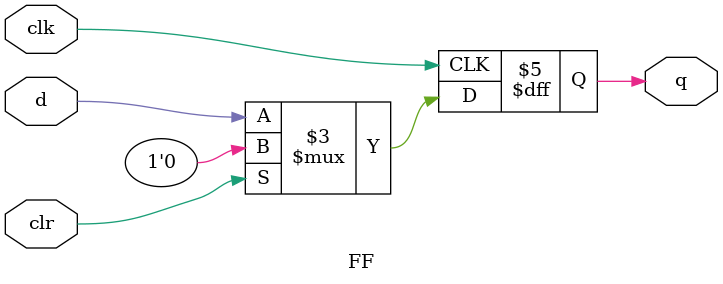
<source format=v>
`timescale 1ns / 1ps
module FF(q, clk, clr, d);
	input clk, clr, d;
	output reg q;
	
	always @(posedge clk)
		if(clr) q <= 0;
		else q <= d;


endmodule

</source>
